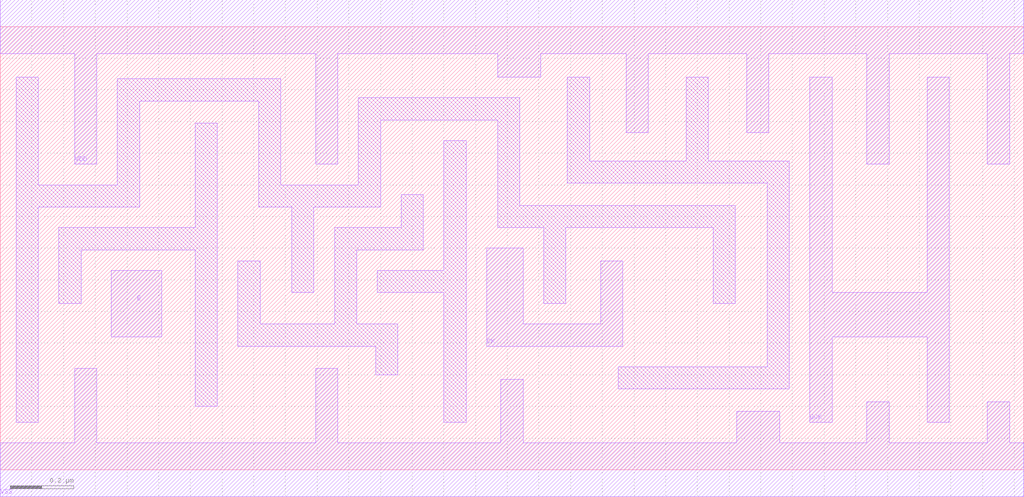
<source format=lef>
# 
# ******************************************************************************
# *                                                                            *
# *                   Copyright (C) 2004-2010, Nangate Inc.                    *
# *                           All rights reserved.                             *
# *                                                                            *
# * Nangate and the Nangate logo are trademarks of Nangate Inc.                *
# *                                                                            *
# * All trademarks, logos, software marks, and trade names (collectively the   *
# * "Marks") in this program are proprietary to Nangate or other respective    *
# * owners that have granted Nangate the right and license to use such Marks.  *
# * You are not permitted to use the Marks without the prior written consent   *
# * of Nangate or such third party that may own the Marks.                     *
# *                                                                            *
# * This file has been provided pursuant to a License Agreement containing     *
# * restrictions on its use. This file contains valuable trade secrets and     *
# * proprietary information of Nangate Inc., and is protected by U.S. and      *
# * international laws and/or treaties.                                        *
# *                                                                            *
# * The copyright notice(s) in this file does not indicate actual or intended  *
# * publication of this file.                                                  *
# *                                                                            *
# *     NGLibraryCreator, v2010.08-HR32-SP3-2010-08-05 - build 1009061800      *
# *                                                                            *
# ******************************************************************************
# 
# 
# Running on brazil06.nangate.com.br for user Giancarlo Franciscatto (gfr).
# Local time is now Fri, 3 Dec 2010, 19:32:18.
# Main process id is 27821.

VERSION 5.6 ;
BUSBITCHARS "[]" ;
DIVIDERCHAR "/" ;

MACRO CLKGATE_X4
  CLASS core ;
  FOREIGN CLKGATE_X4 0.0 0.0 ;
  ORIGIN 0 0 ;
  SYMMETRY X Y ;
  SITE FreePDK45_38x28_10R_NP_162NW_34O ;
  SIZE 3.23 BY 1.4 ;
  PIN CK
    DIRECTION INPUT ;
    ANTENNAPARTIALMETALAREA 0.0717 LAYER metal1 ;
    ANTENNAPARTIALMETALSIDEAREA 0.2444 LAYER metal1 ;
    ANTENNAGATEAREA 0.13075 ;
    PORT
      LAYER metal1 ;
        POLYGON 1.535 0.39 1.965 0.39 1.965 0.66 1.895 0.66 1.895 0.46 1.65 0.46 1.65 0.7 1.535 0.7  ;
    END
  END CK
  PIN E
    DIRECTION INPUT ;
    ANTENNAPARTIALMETALAREA 0.0336 LAYER metal1 ;
    ANTENNAPARTIALMETALSIDEAREA 0.0962 LAYER metal1 ;
    ANTENNAGATEAREA 0.02625 ;
    PORT
      LAYER metal1 ;
        POLYGON 0.35 0.42 0.51 0.42 0.51 0.63 0.35 0.63  ;
    END
  END E
  PIN GCK
    DIRECTION OUTPUT ;
    ANTENNAPARTIALMETALAREA 0.1946 LAYER metal1 ;
    ANTENNAPARTIALMETALSIDEAREA 0.6448 LAYER metal1 ;
    ANTENNADIFFAREA 0.231 ;
    PORT
      LAYER metal1 ;
        POLYGON 2.555 0.15 2.625 0.15 2.625 0.42 2.925 0.42 2.925 0.15 2.995 0.15 2.995 1.24 2.925 1.24 2.925 0.56 2.625 0.56 2.625 1.24 2.555 1.24  ;
    END
  END GCK
  PIN VDD
    DIRECTION INOUT ;
    USE power ;
    SHAPE ABUTMENT ;
    PORT
      LAYER metal1 ;
        POLYGON 0 1.315 0.235 1.315 0.235 0.965 0.305 0.965 0.305 1.315 0.995 1.315 0.995 0.965 1.065 0.965 1.065 1.315 1.57 1.315 1.57 1.24 1.705 1.24 1.705 1.315 1.975 1.315 1.975 1.065 2.045 1.065 2.045 1.315 2.355 1.315 2.355 1.065 2.425 1.065 2.425 1.315 2.49 1.315 2.735 1.315 2.735 0.965 2.805 0.965 2.805 1.315 3.115 1.315 3.115 0.965 3.185 0.965 3.185 1.315 3.23 1.315 3.23 1.485 2.49 1.485 0 1.485  ;
    END
  END VDD
  PIN VSS
    DIRECTION INOUT ;
    USE ground ;
    SHAPE ABUTMENT ;
    PORT
      LAYER metal1 ;
        POLYGON 0 -0.085 3.23 -0.085 3.23 0.085 3.185 0.085 3.185 0.215 3.115 0.215 3.115 0.085 2.805 0.085 2.805 0.215 2.735 0.215 2.735 0.085 2.46 0.085 2.46 0.185 2.325 0.185 2.325 0.085 1.65 0.085 1.65 0.285 1.58 0.285 1.58 0.085 1.065 0.085 1.065 0.32 0.995 0.32 0.995 0.085 0.305 0.085 0.305 0.32 0.235 0.32 0.235 0.085 0 0.085  ;
    END
  END VSS
  OBS
      LAYER metal1 ;
        POLYGON 0.185 0.525 0.255 0.525 0.255 0.695 0.615 0.695 0.615 0.2 0.685 0.2 0.685 1.095 0.615 1.095 0.615 0.765 0.185 0.765  ;
        POLYGON 1.125 0.695 1.335 0.695 1.335 0.87 1.265 0.87 1.265 0.765 1.055 0.765 1.055 0.46 0.82 0.46 0.82 0.66 0.75 0.66 0.75 0.39 1.185 0.39 1.185 0.3 1.255 0.3 1.255 0.46 1.125 0.46  ;
        POLYGON 1.19 0.56 1.4 0.56 1.4 0.15 1.47 0.15 1.47 1.04 1.4 1.04 1.4 0.63 1.19 0.63  ;
        POLYGON 0.05 0.15 0.12 0.15 0.12 0.83 0.44 0.83 0.44 1.165 0.815 1.165 0.815 0.83 0.92 0.83 0.92 0.56 0.99 0.56 0.99 0.83 1.2 0.83 1.2 1.105 1.57 1.105 1.57 0.765 1.715 0.765 1.715 0.525 1.785 0.525 1.785 0.765 2.25 0.765 2.25 0.525 2.32 0.525 2.32 0.835 1.64 0.835 1.64 1.175 1.13 1.175 1.13 0.9 0.885 0.9 0.885 1.235 0.37 1.235 0.37 0.9 0.12 0.9 0.12 1.24 0.05 1.24  ;
        POLYGON 1.79 0.905 2.42 0.905 2.42 0.325 1.95 0.325 1.95 0.255 2.49 0.255 2.49 0.975 2.235 0.975 2.235 1.24 2.165 1.24 2.165 0.975 1.86 0.975 1.86 1.24 1.79 1.24  ;
  END
END CLKGATE_X4

END LIBRARY
#
# End of file
#

</source>
